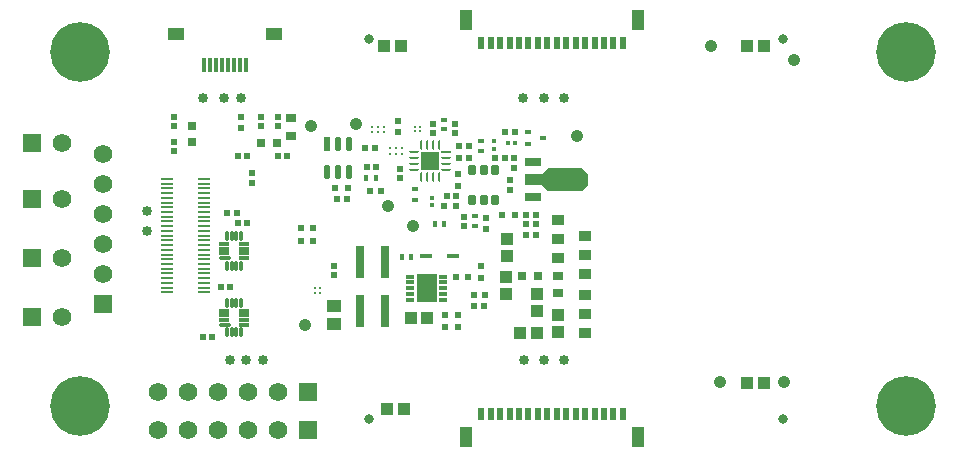
<source format=gbs>
G04*
G04 #@! TF.GenerationSoftware,Altium Limited,Altium Designer,24.6.1 (21)*
G04*
G04 Layer_Color=16711935*
%FSLAX44Y44*%
%MOMM*%
G71*
G04*
G04 #@! TF.SameCoordinates,E18C277C-CF0C-426E-95C7-D1DF2096CF1D*
G04*
G04*
G04 #@! TF.FilePolarity,Negative*
G04*
G01*
G75*
%ADD24R,0.5000X0.4000*%
%ADD27R,0.4000X0.5000*%
%ADD33R,0.5725X0.5682*%
%ADD41R,0.6000X0.4000*%
%ADD43R,0.6153X0.5725*%
%ADD44R,0.4682X0.4725*%
%ADD46R,0.4725X0.4682*%
%ADD47R,1.1051X1.0062*%
%ADD48R,0.6500X0.7000*%
%ADD49R,1.0062X1.1051*%
%ADD58R,0.5682X0.5725*%
%ADD62R,0.5153X0.4725*%
%ADD67R,0.9000X0.7500*%
%ADD68R,0.5725X0.6153*%
%ADD70C,1.9000*%
%ADD72C,1.0500*%
%ADD73R,0.5700X0.6100*%
%ADD78C,0.2760*%
%ADD79R,0.6100X0.5700*%
G04:AMPARAMS|DCode=80|XSize=0.6mm|YSize=0.85mm|CornerRadius=0.0745mm|HoleSize=0mm|Usage=FLASHONLY|Rotation=0.000|XOffset=0mm|YOffset=0mm|HoleType=Round|Shape=RoundedRectangle|*
%AMROUNDEDRECTD80*
21,1,0.6000,0.7010,0,0,0.0*
21,1,0.4510,0.8500,0,0,0.0*
1,1,0.1490,0.2255,-0.3505*
1,1,0.1490,-0.2255,-0.3505*
1,1,0.1490,-0.2255,0.3505*
1,1,0.1490,0.2255,0.3505*
%
%ADD80ROUNDEDRECTD80*%
%ADD82R,1.0500X0.9500*%
%ADD96C,5.0500*%
%ADD97C,0.8500*%
%ADD98R,1.5700X1.5700*%
%ADD99C,1.5700*%
%ADD100R,1.5700X1.5700*%
%ADD101C,0.8100*%
%ADD115R,0.5334X1.0414*%
%ADD119R,1.1064X0.4156*%
%ADD124R,0.6000X0.6000*%
%ADD128R,0.4725X0.5153*%
G04:AMPARAMS|DCode=129|XSize=1.2397mm|YSize=0.5258mm|CornerRadius=0.2629mm|HoleSize=0mm|Usage=FLASHONLY|Rotation=270.000|XOffset=0mm|YOffset=0mm|HoleType=Round|Shape=RoundedRectangle|*
%AMROUNDEDRECTD129*
21,1,1.2397,0.0000,0,0,270.0*
21,1,0.7139,0.5258,0,0,270.0*
1,1,0.5258,0.0000,-0.3569*
1,1,0.5258,0.0000,0.3569*
1,1,0.5258,0.0000,0.3569*
1,1,0.5258,0.0000,-0.3569*
%
%ADD129ROUNDEDRECTD129*%
%ADD130R,0.5258X1.2397*%
%ADD131R,0.4000X0.3500*%
%ADD132R,0.5100X0.4000*%
%ADD136R,0.6000X0.5000*%
%ADD138R,0.8000X2.7000*%
%ADD139R,1.3082X1.0057*%
%ADD140R,1.1318X0.1524*%
%ADD141R,0.7000X0.6500*%
%ADD142R,0.3627X0.4541*%
%ADD143R,0.4541X0.3627*%
%ADD144R,0.5000X0.4750*%
G04:AMPARAMS|DCode=145|XSize=0.806mm|YSize=0.2393mm|CornerRadius=0.1196mm|HoleSize=0mm|Usage=FLASHONLY|Rotation=180.000|XOffset=0mm|YOffset=0mm|HoleType=Round|Shape=RoundedRectangle|*
%AMROUNDEDRECTD145*
21,1,0.8060,0.0000,0,0,180.0*
21,1,0.5667,0.2393,0,0,180.0*
1,1,0.2393,-0.2834,0.0000*
1,1,0.2393,0.2834,0.0000*
1,1,0.2393,0.2834,0.0000*
1,1,0.2393,-0.2834,0.0000*
%
%ADD145ROUNDEDRECTD145*%
G04:AMPARAMS|DCode=146|XSize=0.2393mm|YSize=0.806mm|CornerRadius=0.1196mm|HoleSize=0mm|Usage=FLASHONLY|Rotation=180.000|XOffset=0mm|YOffset=0mm|HoleType=Round|Shape=RoundedRectangle|*
%AMROUNDEDRECTD146*
21,1,0.2393,0.5667,0,0,180.0*
21,1,0.0000,0.8060,0,0,180.0*
1,1,0.2393,0.0000,0.2834*
1,1,0.2393,0.0000,0.2834*
1,1,0.2393,0.0000,-0.2834*
1,1,0.2393,0.0000,-0.2834*
%
%ADD146ROUNDEDRECTD146*%
%ADD147R,1.5000X1.5000*%
%ADD148R,0.8060X0.2393*%
%ADD149R,0.4750X0.5000*%
%ADD150R,0.9898X1.7010*%
%ADD151R,0.3500X1.2500*%
%ADD152R,1.4500X1.0500*%
%ADD153R,0.7500X0.3000*%
%ADD154R,1.7000X2.4300*%
%ADD155R,0.5250X0.5500*%
%ADD156R,0.5500X0.5250*%
G04:AMPARAMS|DCode=157|XSize=0.8mm|YSize=0.27mm|CornerRadius=0.0316mm|HoleSize=0mm|Usage=FLASHONLY|Rotation=90.000|XOffset=0mm|YOffset=0mm|HoleType=Round|Shape=RoundedRectangle|*
%AMROUNDEDRECTD157*
21,1,0.8000,0.2068,0,0,90.0*
21,1,0.7368,0.2700,0,0,90.0*
1,1,0.0632,0.1034,0.3684*
1,1,0.0632,0.1034,-0.3684*
1,1,0.0632,-0.1034,-0.3684*
1,1,0.0632,-0.1034,0.3684*
%
%ADD157ROUNDEDRECTD157*%
G04:AMPARAMS|DCode=158|XSize=0.86mm|YSize=0.27mm|CornerRadius=0.0316mm|HoleSize=0mm|Usage=FLASHONLY|Rotation=180.000|XOffset=0mm|YOffset=0mm|HoleType=Round|Shape=RoundedRectangle|*
%AMROUNDEDRECTD158*
21,1,0.8600,0.2068,0,0,180.0*
21,1,0.7968,0.2700,0,0,180.0*
1,1,0.0632,-0.3984,0.1034*
1,1,0.0632,0.3984,0.1034*
1,1,0.0632,0.3984,-0.1034*
1,1,0.0632,-0.3984,-0.1034*
%
%ADD158ROUNDEDRECTD158*%
G04:AMPARAMS|DCode=159|XSize=0.96mm|YSize=0.27mm|CornerRadius=0.0316mm|HoleSize=0mm|Usage=FLASHONLY|Rotation=0.000|XOffset=0mm|YOffset=0mm|HoleType=Round|Shape=RoundedRectangle|*
%AMROUNDEDRECTD159*
21,1,0.9600,0.2068,0,0,0.0*
21,1,0.8968,0.2700,0,0,0.0*
1,1,0.0632,0.4484,-0.1034*
1,1,0.0632,-0.4484,-0.1034*
1,1,0.0632,-0.4484,0.1034*
1,1,0.0632,0.4484,0.1034*
%
%ADD159ROUNDEDRECTD159*%
%ADD160R,1.3500X0.7612*%
%ADD161R,0.9500X0.7000*%
G36*
X45032Y51269D02*
X45050Y51261D01*
X45093Y51243D01*
X45145Y51203D01*
X50098Y46250D01*
X50138Y46198D01*
X50164Y46137D01*
X50172Y46072D01*
Y36928D01*
X50164Y36863D01*
X50156Y36845D01*
X50138Y36802D01*
X50098Y36750D01*
X45145Y31797D01*
X45093Y31757D01*
X45032Y31731D01*
X44967Y31723D01*
X16519D01*
X16454Y31731D01*
X16436Y31739D01*
X16393Y31757D01*
X16341Y31797D01*
X11462Y36676D01*
X-2531D01*
X-2596Y36684D01*
X-2657Y36710D01*
X-2709Y36750D01*
X-2749Y36802D01*
X-2775Y36863D01*
X-2783Y36928D01*
Y46072D01*
X-2775Y46137D01*
X-2749Y46198D01*
X-2709Y46250D01*
X-2657Y46290D01*
X-2596Y46316D01*
X-2531Y46324D01*
X11462D01*
X16341Y51203D01*
X16393Y51243D01*
X16454Y51269D01*
X16519Y51277D01*
X44967D01*
X45032Y51269D01*
D02*
G37*
D24*
X-45250Y10750D02*
D03*
Y2750D02*
D03*
X-71743Y92362D02*
D03*
Y84362D02*
D03*
X-40000Y66000D02*
D03*
Y74000D02*
D03*
D27*
X-79250Y4000D02*
D03*
X-71250D02*
D03*
X-137250Y43250D02*
D03*
X-129250D02*
D03*
X-99000Y-23728D02*
D03*
X-107000D02*
D03*
D33*
X-35750Y-22D02*
D03*
Y9021D02*
D03*
X-110750Y91021D02*
D03*
Y81979D02*
D03*
D41*
X-96250Y24750D02*
D03*
Y33750D02*
D03*
D43*
X-138286Y68000D02*
D03*
X-129714D02*
D03*
X-58536Y70000D02*
D03*
X-49964D02*
D03*
X-50214Y60250D02*
D03*
X-58786D02*
D03*
X-162286Y25000D02*
D03*
X-153714D02*
D03*
D44*
X-255021Y13500D02*
D03*
X-246978D02*
D03*
X-237978Y62000D02*
D03*
X-246021D02*
D03*
X-20229Y60250D02*
D03*
X-28272D02*
D03*
X6022Y-5000D02*
D03*
X-2022D02*
D03*
X-246271Y5000D02*
D03*
X-238228D02*
D03*
X-19771Y82250D02*
D03*
X-11729D02*
D03*
D46*
X-234000Y38979D02*
D03*
Y47021D02*
D03*
X-15250Y41021D02*
D03*
Y32978D02*
D03*
X-2250Y12021D02*
D03*
Y3979D02*
D03*
X-12000Y51729D02*
D03*
Y59771D02*
D03*
D47*
X185244Y-130750D02*
D03*
X199256D02*
D03*
X-105494Y-152500D02*
D03*
X-119506D02*
D03*
X185494Y155000D02*
D03*
X199506D02*
D03*
X-107994D02*
D03*
X-122006D02*
D03*
X-99506Y-75729D02*
D03*
X-85494D02*
D03*
X-7006Y-88000D02*
D03*
X7006D02*
D03*
D48*
X-212750Y73000D02*
D03*
X-226250D02*
D03*
X7750Y-40000D02*
D03*
X-5750D02*
D03*
D49*
X-18000Y-23006D02*
D03*
Y-8994D02*
D03*
X-19000Y-55006D02*
D03*
Y-40994D02*
D03*
X7500Y-69506D02*
D03*
Y-55494D02*
D03*
X25000Y-87006D02*
D03*
Y-72994D02*
D03*
D58*
X-134022Y32250D02*
D03*
X-124979D02*
D03*
X-46021Y-55750D02*
D03*
X-36978D02*
D03*
X-37229Y-65750D02*
D03*
X-46272D02*
D03*
D62*
X-61500Y28000D02*
D03*
X-69071D02*
D03*
D67*
X-200750Y78250D02*
D03*
Y93750D02*
D03*
D68*
X-243000Y85714D02*
D03*
Y94286D02*
D03*
D70*
X329500Y-150000D02*
G03*
X329500Y-150000I-9500J0D01*
G01*
Y150000D02*
G03*
X329500Y150000I-9500J0D01*
G01*
X-370500Y-150000D02*
G03*
X-370500Y-150000I-9500J0D01*
G01*
Y150000D02*
G03*
X-370500Y150000I-9500J0D01*
G01*
D72*
X162000Y-130000D02*
D03*
X225000Y143000D02*
D03*
X155000Y155000D02*
D03*
X216000Y-130000D02*
D03*
X-184083Y86695D02*
D03*
X-189250Y-81230D02*
D03*
X41250Y78750D02*
D03*
X-97500Y2250D02*
D03*
X-118750Y19500D02*
D03*
X-146000Y89000D02*
D03*
D73*
X-108388Y50550D02*
D03*
Y42950D02*
D03*
X-62500Y89050D02*
D03*
Y81450D02*
D03*
X-54250Y2700D02*
D03*
Y10300D02*
D03*
X-164500Y-39050D02*
D03*
Y-31450D02*
D03*
X-80750Y81450D02*
D03*
Y89050D02*
D03*
D78*
X-176750Y-54250D02*
D03*
Y-50250D02*
D03*
X-180750Y-54250D02*
D03*
Y-50250D02*
D03*
X-117000Y63250D02*
D03*
X-112000D02*
D03*
X-117000Y68250D02*
D03*
X-112000D02*
D03*
X-107000D02*
D03*
Y63250D02*
D03*
X-132250Y81500D02*
D03*
X-127250D02*
D03*
X-132250Y86500D02*
D03*
X-127250D02*
D03*
X-122250D02*
D03*
Y81500D02*
D03*
X-95750Y86500D02*
D03*
Y82500D02*
D03*
X-91750D02*
D03*
Y86500D02*
D03*
D79*
X-129450Y52250D02*
D03*
X-137050D02*
D03*
X-211800Y62000D02*
D03*
X-204200D02*
D03*
X-260050Y-49250D02*
D03*
X-252450D02*
D03*
X-275800Y-91500D02*
D03*
X-268200D02*
D03*
D80*
X-28500Y50000D02*
D03*
X-47500D02*
D03*
X-38000D02*
D03*
X-28500Y24500D02*
D03*
X-38000D02*
D03*
X-47500D02*
D03*
D82*
X25000Y7000D02*
D03*
Y-9000D02*
D03*
Y-25000D02*
D03*
X47500Y-6500D02*
D03*
Y-22500D02*
D03*
Y-38500D02*
D03*
Y-88500D02*
D03*
Y-72500D02*
D03*
Y-56500D02*
D03*
D96*
X320000Y-150000D02*
D03*
Y150000D02*
D03*
X-380000Y-150000D02*
D03*
Y150000D02*
D03*
D97*
X-275250Y111000D02*
D03*
X-323000Y15250D02*
D03*
Y-1500D02*
D03*
X-253000Y-111000D02*
D03*
X-224500Y-110750D02*
D03*
X-239000Y-111000D02*
D03*
X-243500Y111000D02*
D03*
X-257750D02*
D03*
X30000Y-111000D02*
D03*
X-3750D02*
D03*
X30000Y111000D02*
D03*
X13000D02*
D03*
X-4750D02*
D03*
X13000Y-111000D02*
D03*
D98*
X-420200Y-75000D02*
D03*
Y-25000D02*
D03*
Y25000D02*
D03*
Y72500D02*
D03*
X-186500Y-138001D02*
D03*
Y-170001D02*
D03*
D99*
X-394800Y-75000D02*
D03*
Y-25000D02*
D03*
Y25000D02*
D03*
Y72500D02*
D03*
X-360000Y-38100D02*
D03*
X-360000Y-12700D02*
D03*
Y12700D02*
D03*
Y38100D02*
D03*
Y63500D02*
D03*
X-313500Y-138000D02*
D03*
X-288100D02*
D03*
X-262700D02*
D03*
X-237300D02*
D03*
X-211900Y-138001D02*
D03*
X-313500Y-170000D02*
D03*
X-288100D02*
D03*
X-262700D02*
D03*
X-237300D02*
D03*
X-211900Y-170001D02*
D03*
D100*
X-360000Y-63500D02*
D03*
D101*
X215260Y161000D02*
D03*
X-135260D02*
D03*
Y-161000D02*
D03*
X215260D02*
D03*
D115*
X40000Y-157141D02*
D03*
X56000D02*
D03*
X32000D02*
D03*
X80000D02*
D03*
X64000D02*
D03*
X72000D02*
D03*
X-24000D02*
D03*
X-16000D02*
D03*
X-40000D02*
D03*
X-32000D02*
D03*
X8000D02*
D03*
X24000D02*
D03*
X0D02*
D03*
X-8000D02*
D03*
X48000D02*
D03*
X16000D02*
D03*
X0Y157141D02*
D03*
X-16000D02*
D03*
X8000D02*
D03*
X-40000D02*
D03*
X-24000D02*
D03*
X-32000D02*
D03*
X64000D02*
D03*
X56000D02*
D03*
X80000D02*
D03*
X72000D02*
D03*
X32000D02*
D03*
X16000D02*
D03*
X40000D02*
D03*
X48000D02*
D03*
X-8000D02*
D03*
X24000D02*
D03*
D119*
X-63820Y-23228D02*
D03*
X-86680D02*
D03*
D124*
X-182500Y-10250D02*
D03*
Y250D02*
D03*
X-192500Y-10250D02*
D03*
Y250D02*
D03*
D128*
X-226250Y94786D02*
D03*
Y87214D02*
D03*
X-212000Y94786D02*
D03*
Y87214D02*
D03*
X-300000Y86714D02*
D03*
Y94286D02*
D03*
Y65714D02*
D03*
Y73286D02*
D03*
X6250Y4214D02*
D03*
Y11786D02*
D03*
D129*
X-170750Y48345D02*
D03*
X-151750D02*
D03*
X-161250D02*
D03*
X-151750Y71655D02*
D03*
X-161250D02*
D03*
D130*
X-170750D02*
D03*
D131*
X-28750Y67750D02*
D03*
Y74250D02*
D03*
D132*
X12450Y77000D02*
D03*
X-450Y72000D02*
D03*
Y82000D02*
D03*
D136*
X-22500Y12000D02*
D03*
X-11500D02*
D03*
X-153000Y34500D02*
D03*
X-164000D02*
D03*
D138*
X-143000Y-28000D02*
D03*
X-121000D02*
D03*
Y-70000D02*
D03*
X-143000D02*
D03*
D139*
X-165000Y-65738D02*
D03*
Y-80262D02*
D03*
D140*
X-274252Y-53800D02*
D03*
X-305748D02*
D03*
Y-49800D02*
D03*
Y-45800D02*
D03*
Y-41800D02*
D03*
Y-37800D02*
D03*
Y-33800D02*
D03*
Y-29800D02*
D03*
Y-25800D02*
D03*
Y-21800D02*
D03*
Y-17800D02*
D03*
Y-13800D02*
D03*
X-274252Y-9800D02*
D03*
X-305748D02*
D03*
X-274252Y-5800D02*
D03*
X-305748D02*
D03*
X-274252Y-1800D02*
D03*
X-305748D02*
D03*
X-274252Y2200D02*
D03*
X-305748D02*
D03*
X-274252Y6200D02*
D03*
X-305748D02*
D03*
X-274252Y10200D02*
D03*
X-305748D02*
D03*
X-274252Y14200D02*
D03*
X-305748D02*
D03*
X-274252Y18200D02*
D03*
X-305748D02*
D03*
X-274252Y22200D02*
D03*
X-305748D02*
D03*
X-274252Y26200D02*
D03*
X-305748D02*
D03*
X-274252Y30200D02*
D03*
X-305748D02*
D03*
X-274252Y34200D02*
D03*
X-305748D02*
D03*
X-274252Y38200D02*
D03*
X-305748D02*
D03*
X-274252Y42200D02*
D03*
X-305748D02*
D03*
X-274252Y-13800D02*
D03*
Y-17800D02*
D03*
Y-21800D02*
D03*
Y-25800D02*
D03*
Y-29800D02*
D03*
Y-33800D02*
D03*
Y-37800D02*
D03*
Y-41800D02*
D03*
Y-45800D02*
D03*
Y-49800D02*
D03*
D141*
X-284750Y87000D02*
D03*
Y73500D02*
D03*
D142*
X-82000Y26043D02*
D03*
Y19957D02*
D03*
D143*
X-17543Y72500D02*
D03*
X-11457D02*
D03*
D144*
X-59250Y46375D02*
D03*
Y36124D02*
D03*
D145*
X-96561Y60000D02*
D03*
Y55000D02*
D03*
Y65000D02*
D03*
Y50000D02*
D03*
X-69500D02*
D03*
Y55000D02*
D03*
Y60000D02*
D03*
D146*
X-85531Y71031D02*
D03*
X-90531D02*
D03*
X-80531D02*
D03*
Y43969D02*
D03*
X-90531D02*
D03*
X-85531D02*
D03*
X-75531Y71031D02*
D03*
Y43969D02*
D03*
D147*
X-83031Y57500D02*
D03*
D148*
X-69500Y65000D02*
D03*
D149*
X-71876Y19500D02*
D03*
X-61624D02*
D03*
D150*
X92500Y-176341D02*
D03*
X-52500D02*
D03*
Y176341D02*
D03*
X92500D02*
D03*
D151*
X-249500Y138500D02*
D03*
X-239500D02*
D03*
X-259500D02*
D03*
X-264500D02*
D03*
X-254500D02*
D03*
X-244500D02*
D03*
X-269500D02*
D03*
X-274500D02*
D03*
D152*
X-215000Y165000D02*
D03*
X-298500D02*
D03*
D153*
X-100500Y-60479D02*
D03*
Y-55479D02*
D03*
Y-50479D02*
D03*
Y-45479D02*
D03*
Y-40479D02*
D03*
X-72000Y-60479D02*
D03*
Y-55479D02*
D03*
Y-50479D02*
D03*
Y-45479D02*
D03*
Y-40479D02*
D03*
D154*
X-86250Y-50479D02*
D03*
D155*
X-61370Y-41250D02*
D03*
X-51130D02*
D03*
D156*
X-60000Y-83598D02*
D03*
X-59996Y-73331D02*
D03*
X-71000Y-72859D02*
D03*
Y-83098D02*
D03*
X-40250Y-31130D02*
D03*
Y-41370D02*
D03*
D157*
X-255250Y-31200D02*
D03*
X-251250D02*
D03*
X-247250D02*
D03*
X-243250D02*
D03*
Y-6300D02*
D03*
X-247250D02*
D03*
X-251250D02*
D03*
X-255250D02*
D03*
Y-87700D02*
D03*
Y-62800D02*
D03*
X-251250D02*
D03*
X-247250D02*
D03*
X-243250D02*
D03*
Y-87700D02*
D03*
X-247250D02*
D03*
X-251250D02*
D03*
D158*
X-240800Y-24750D02*
D03*
Y-20750D02*
D03*
Y-16750D02*
D03*
Y-12750D02*
D03*
X-257700D02*
D03*
Y-16750D02*
D03*
Y-20750D02*
D03*
Y-77250D02*
D03*
Y-73250D02*
D03*
Y-69250D02*
D03*
X-240800D02*
D03*
Y-73250D02*
D03*
Y-77250D02*
D03*
Y-81250D02*
D03*
D159*
X-257200Y-24750D02*
D03*
Y-81250D02*
D03*
D160*
X4073Y56486D02*
D03*
Y26514D02*
D03*
D161*
X25000Y-40250D02*
D03*
Y-54750D02*
D03*
M02*

</source>
